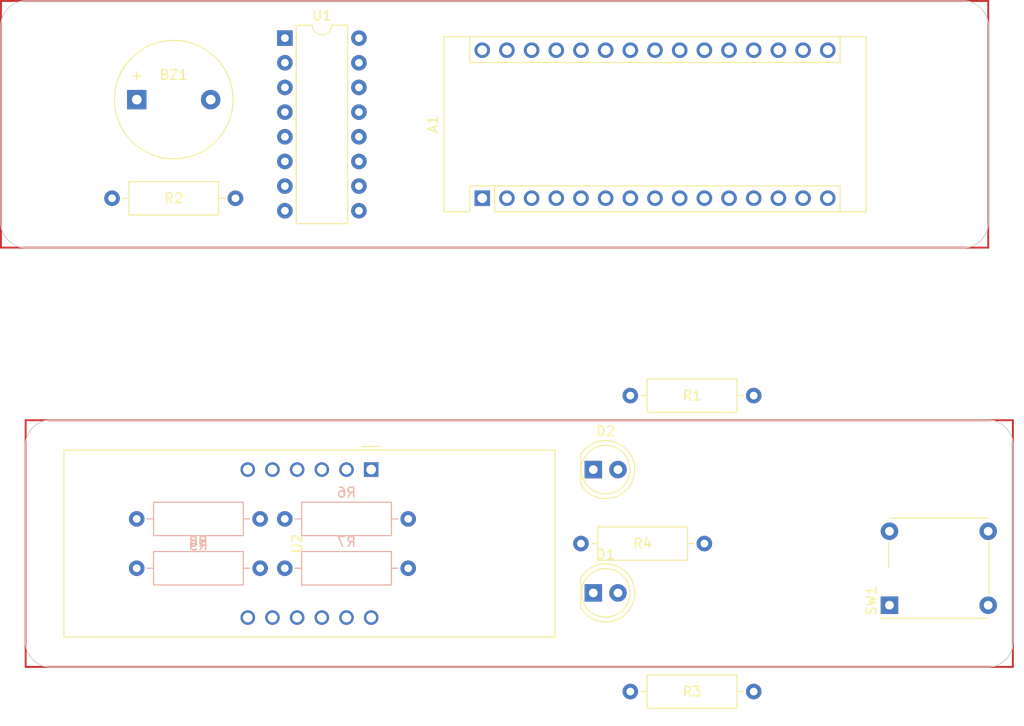
<source format=kicad_pcb>
(kicad_pcb (version 20211014) (generator pcbnew)
  (layers (0 "F.Cu" signal) (31 "B.Cu" signal) (34 "B.Paste" user) (35 "F.Paste" user) (36 "B.SilkS" user "B.Silkscreen") (37 "F.SilkS" user "F.Silkscreen") (38 "B.Mask" user) (39 "F.Mask" user) (44 "Edge.Cuts" user))
  (net 0 "")
  (net 7 "Net-(A1-Pad4)")
  (net 9 "Net-(A1-Pad5)")
  (net 11 "Net-(A1-Pad6)")
  (net 13 "Net-(A1-Pad7)")
  (net 15 "Net-(A1-Pad8)")
  (net 17 "Net-(A1-Pad9)")
  (net 19 "Net-(A1-Pad10)")
  (net 21 "RCLK")
  (net 22 "Net-(A1-Pad27)")
  (net 23 "Net-(A1-Pad12)")
  (net 26 "GND")
  (net 27 "SER")
  (net 28 "+9V")
  (net 29 "SRCLK")
  (net 31 "Net-(BZ1-Pad1)")
  (net 32 "Net-(D1-Pad2)")
  (net 33 "Net-(D2-Pad2)")
  (net 34 "Net-(R1-Pad1)")
  (net 35 "Net-(U1-Pad1)")
  (net 37 "Net-(U1-Pad2)")
  (net 38 "Net-(U1-Pad3)")
  (net 39 "Net-(U1-Pad4)")
  (net 40 "Net-(U1-Pad5)")
  (net 41 "Net-(U1-Pad6)")
  (net 42 "Net-(U1-Pad7)")
  (net 43 "Net-(U1-Pad15)")
  (net 44 "Net-(U2-Pad9)")
  (net 45 "Net-(U2-Pad6)")
  (net 46 "Net-(U2-Pad8)")
  (net 47 "Net-(U2-Pad12)")
  (footprint "Resistor_THT:R_Axial_DIN0309_L9.0mm_D3.2mm_P12.70mm_Horizontal" (layer "F.Cu") (at 105.41 78.74)
    (fp_text reference "R2" (at 6.35 0) (layer "F.SilkS"))
    (fp_text value "R 100")
    (fp_line (start 10.97 1.72) (end 10.97 -1.72) (layer "F.SilkS") (width 0.12))
    (fp_line (start 1.73 1.72) (end 10.97 1.72) (layer "F.SilkS") (width 0.12))
    (fp_line (start 1.04 0) (end 1.73 0) (layer "F.SilkS") (width 0.12))
    (fp_line (start 1.73 -1.72) (end 1.73 1.72) (layer "F.SilkS") (width 0.12))
    (fp_line (start 11.66 0) (end 10.97 0) (layer "F.SilkS") (width 0.12))
    (fp_line (start 10.97 -1.72) (end 1.73 -1.72) (layer "F.SilkS") (width 0.12))
    (pad "1" thru_hole circle locked (at 0 0) (size 1.6 1.6) (drill 0.8) (layers *.Cu *.Mask) (net 31 "Net-(BZ1-Pad1)"))
    (pad "2" thru_hole oval locked (at 12.7 0) (size 1.6 1.6) (drill 0.8) (layers *.Cu *.Mask) (net 17 "Net-(A1-Pad9)"))
  )
  (footprint "Button_Switch_THT:SW_MEC_5GTH9" (layer "F.Cu") (at 185.42 120.65 90)
    (fp_text reference "SW1" (at 0.475 -1.85 270) (layer "F.SilkS"))
    (fp_text value "SW_MEC_5E")
    (fp_line (start 8.97 0.04) (end 8.97 10.12) (layer "F.SilkS") (width 0.12))
    (fp_line (start 6.46 -0.08) (end 3.81 -0.08) (layer "F.SilkS") (width 0.12))
    (fp_line (start 1.16 10.24) (end 6.46 10.24) (layer "F.SilkS") (width 0.12))
    (fp_line (start -1.35 -0.9) (end -1.35 10.11) (layer "F.SilkS") (width 0.12))
    (pad "1" thru_hole rect locked (at 0 0 180) (size 1.8 1.8) (drill 0.9) (layers *.Cu *.Mask) (net 34 "Net-(R1-Pad1)"))
    (pad "1" thru_hole circle locked (at 0 10.16 180) (size 1.8 1.8) (drill 0.9) (layers *.Cu *.Mask) (net 34 "Net-(R1-Pad1)"))
    (pad "2" thru_hole circle locked (at 7.62 10.16 180) (size 1.8 1.8) (drill 0.9) (layers *.Cu *.Mask) (net 22 "Net-(A1-Pad27)"))
    (pad "2" thru_hole circle locked (at 7.62 0 180) (size 1.8 1.8) (drill 0.9) (layers *.Cu *.Mask) (net 22 "Net-(A1-Pad27)"))
  )
  (footprint "LED_THT:LED_D5.0mm" (layer "F.Cu") (at 154.94 119.38)
    (fp_text reference "D1" (at 1.27 -3.96) (layer "F.SilkS"))
    (fp_text value "Green LED")
    (fp_line (start -1.29 -1.545) (end -1.29 1.545) (layer "F.SilkS") (width 0.12))
    (fp_arc (start -1.29 -1.54483) (mid 2.072002 -2.880433) (end 4.26 0.000462) (layer "F.SilkS") (width 0.12))
    (fp_arc (start 4.26 -0.000462) (mid 2.072002 2.880433) (end -1.29 1.54483) (layer "F.SilkS") (width 0.12))
    (fp_circle (center 1.27 0) (end 3.77 0) (layer "F.SilkS") (width 0.12) (fill none))
    (pad "1" thru_hole rect locked (at 0 0) (size 1.8 1.8) (drill 0.9) (layers *.Cu *.Mask) (net 23 "Net-(A1-Pad12)"))
    (pad "2" thru_hole circle locked (at 2.54 0) (size 1.8 1.8) (drill 0.9) (layers *.Cu *.Mask) (net 32 "Net-(D1-Pad2)"))
  )
  (footprint "Buzzer_Beeper:Buzzer_12x9.5RM7.6" (layer "F.Cu") (at 107.96 68.58)
    (fp_text reference "BZ1" (at 3.8 -2.54) (layer "F.SilkS"))
    (fp_text value "Buzzer")
    (fp_text user "+" (at -0.01 -2.54) (layer "F.SilkS"))
    (fp_circle (center 3.8 0) (end 9.9 0) (layer "F.SilkS") (width 0.12) (fill none))
    (pad "1" thru_hole rect locked (at 0 0) (size 2 2) (drill 1) (layers *.Cu *.Mask) (net 31 "Net-(BZ1-Pad1)"))
    (pad "2" thru_hole circle locked (at 7.6 0) (size 2 2) (drill 1) (layers *.Cu *.Mask) (net 26 "GND"))
  )
  (footprint "Resistor_THT:R_Axial_DIN0309_L9.0mm_D3.2mm_P12.70mm_Horizontal" (layer "F.Cu") (at 158.75 99.06)
    (fp_text reference "R1" (at 6.35 0) (layer "F.SilkS"))
    (fp_text value "R 220")
    (fp_line (start 1.73 -1.72) (end 1.73 1.72) (layer "F.SilkS") (width 0.12))
    (fp_line (start 1.73 1.72) (end 10.97 1.72) (layer "F.SilkS") (width 0.12))
    (fp_line (start 1.04 0) (end 1.73 0) (layer "F.SilkS") (width 0.12))
    (fp_line (start 10.97 -1.72) (end 1.73 -1.72) (layer "F.SilkS") (width 0.12))
    (fp_line (start 10.97 1.72) (end 10.97 -1.72) (layer "F.SilkS") (width 0.12))
    (fp_line (start 11.66 0) (end 10.97 0) (layer "F.SilkS") (width 0.12))
    (pad "1" thru_hole circle locked (at 0 0) (size 1.6 1.6) (drill 0.8) (layers *.Cu *.Mask) (net 34 "Net-(R1-Pad1)"))
    (pad "2" thru_hole oval locked (at 12.7 0) (size 1.6 1.6) (drill 0.8) (layers *.Cu *.Mask) (net 26 "GND"))
  )
  (footprint "Display_7Segment:CC56-12YWA" (layer "F.Cu") (at 132.08 106.68 -90)
    (fp_text reference "U2" (at 7.62 7.62 90) (layer "F.SilkS"))
    (fp_text value "CC56-12YWA")
    (fp_line (start -2 -18.92) (end -2 31.62) (layer "F.SilkS") (width 0.12))
    (fp_line (start -2.38 -1) (end -2.38 1) (layer "F.SilkS") (width 0.12))
    (fp_line (start -2 -18.92) (end 17.24 -18.92) (layer "F.SilkS") (width 0.12))
    (fp_line (start 17.24 31.62) (end 17.24 -18.92) (layer "F.SilkS") (width 0.12))
    (fp_line (start -2 31.62) (end 17.24 31.62) (layer "F.SilkS") (width 0.12))
    (pad "1" thru_hole rect locked (at 0 0 270) (size 1.5 1.5) (drill 1) (layers *.Cu *.Mask) (net 39 "Net-(U1-Pad4)"))
    (pad "2" thru_hole circle locked (at 0 2.54 270) (size 1.5 1.5) (drill 1) (layers *.Cu *.Mask) (net 38 "Net-(U1-Pad3)"))
    (pad "3" thru_hole circle locked (at 0 5.08 270) (size 1.5 1.5) (drill 1) (layers *.Cu *.Mask) (net 42 "Net-(U1-Pad7)"))
    (pad "4" thru_hole circle locked (at 0 7.62 270) (size 1.5 1.5) (drill 1) (layers *.Cu *.Mask) (net 37 "Net-(U1-Pad2)"))
    (pad "5" thru_hole circle locked (at 0 10.16 270) (size 1.5 1.5) (drill 1) (layers *.Cu *.Mask) (net 41 "Net-(U1-Pad6)"))
    (pad "6" thru_hole circle locked (at 0 12.7 270) (size 1.5 1.5) (drill 1) (layers *.Cu *.Mask) (net 45 "Net-(U2-Pad6)"))
    (pad "7" thru_hole circle locked (at 15.24 12.7 270) (size 1.5 1.5) (drill 1) (layers *.Cu *.Mask) (net 35 "Net-(U1-Pad1)"))
    (pad "8" thru_hole circle locked (at 15.24 10.16 270) (size 1.5 1.5) (drill 1) (layers *.Cu *.Mask) (net 46 "Net-(U2-Pad8)"))
    (pad "9" thru_hole circle locked (at 15.24 7.62 270) (size 1.5 1.5) (drill 1) (layers *.Cu *.Mask) (net 44 "Net-(U2-Pad9)"))
    (pad "10" thru_hole circle locked (at 15.24 5.08 270) (size 1.5 1.5) (drill 1) (layers *.Cu *.Mask) (net 40 "Net-(U1-Pad5)"))
    (pad "11" thru_hole circle locked (at 15.24 2.54 270) (size 1.5 1.5) (drill 1) (layers *.Cu *.Mask) (net 43 "Net-(U1-Pad15)"))
    (pad "12" thru_hole circle locked (at 15.24 0 270) (size 1.5 1.5) (drill 1) (layers *.Cu *.Mask) (net 47 "Net-(U2-Pad12)"))
  )
  (footprint "Resistor_THT:R_Axial_DIN0309_L9.0mm_D3.2mm_P12.70mm_Horizontal" (layer "F.Cu") (at 153.67 114.3)
    (fp_text reference "R4" (at 6.35 0) (layer "F.SilkS"))
    (fp_text value "R 220")
    (fp_line (start 1.04 0) (end 1.73 0) (layer "F.SilkS") (width 0.12))
    (fp_line (start 10.97 1.72) (end 10.97 -1.72) (layer "F.SilkS") (width 0.12))
    (fp_line (start 1.73 1.72) (end 10.97 1.72) (layer "F.SilkS") (width 0.12))
    (fp_line (start 11.66 0) (end 10.97 0) (layer "F.SilkS") (width 0.12))
    (fp_line (start 1.73 -1.72) (end 1.73 1.72) (layer "F.SilkS") (width 0.12))
    (fp_line (start 10.97 -1.72) (end 1.73 -1.72) (layer "F.SilkS") (width 0.12))
    (pad "1" thru_hole circle locked (at 0 0) (size 1.6 1.6) (drill 0.8) (layers *.Cu *.Mask) (net 33 "Net-(D2-Pad2)"))
    (pad "2" thru_hole oval locked (at 12.7 0) (size 1.6 1.6) (drill 0.8) (layers *.Cu *.Mask) (net 23 "Net-(A1-Pad12)"))
  )
  (footprint "LED_THT:LED_D5.0mm" (layer "F.Cu") (at 154.94 106.68)
    (fp_text reference "D2" (at 1.27 -3.96) (layer "F.SilkS"))
    (fp_text value "Orange LED")
    (fp_line (start -1.29 -1.545) (end -1.29 1.545) (layer "F.SilkS") (width 0.12))
    (fp_arc (start -1.29 -1.54483) (mid 2.072002 -2.880433) (end 4.26 0.000462) (layer "F.SilkS") (width 0.12))
    (fp_arc (start 4.26 -0.000462) (mid 2.072002 2.880433) (end -1.29 1.54483) (layer "F.SilkS") (width 0.12))
    (fp_circle (center 1.27 0) (end 3.77 0) (layer "F.SilkS") (width 0.12) (fill none))
    (pad "1" thru_hole rect locked (at 0 0) (size 1.8 1.8) (drill 0.9) (layers *.Cu *.Mask) (net 7 "Net-(A1-Pad4)"))
    (pad "2" thru_hole circle locked (at 2.54 0) (size 1.8 1.8) (drill 0.9) (layers *.Cu *.Mask) (net 33 "Net-(D2-Pad2)"))
  )
  (footprint "Resistor_THT:R_Axial_DIN0309_L9.0mm_D3.2mm_P12.70mm_Horizontal" (layer "F.Cu") (at 158.75 129.54)
    (fp_text reference "R3" (at 6.35 0) (layer "F.SilkS"))
    (fp_text value "R 220")
    (fp_line (start 11.66 0) (end 10.97 0) (layer "F.SilkS") (width 0.12))
    (fp_line (start 1.73 -1.72) (end 1.73 1.72) (layer "F.SilkS") (width 0.12))
    (fp_line (start 1.73 1.72) (end 10.97 1.72) (layer "F.SilkS") (width 0.12))
    (fp_line (start 10.97 1.72) (end 10.97 -1.72) (layer "F.SilkS") (width 0.12))
    (fp_line (start 10.97 -1.72) (end 1.73 -1.72) (layer "F.SilkS") (width 0.12))
    (fp_line (start 1.04 0) (end 1.73 0) (layer "F.SilkS") (width 0.12))
    (pad "1" thru_hole circle locked (at 0 0) (size 1.6 1.6) (drill 0.8) (layers *.Cu *.Mask) (net 32 "Net-(D1-Pad2)"))
    (pad "2" thru_hole oval locked (at 12.7 0) (size 1.6 1.6) (drill 0.8) (layers *.Cu *.Mask) (net 22 "Net-(A1-Pad27)"))
  )
  (footprint "Module:Arduino_Nano" (layer "F.Cu") (at 143.51 78.73 90)
    (fp_text reference "A1" (at 7.62 -5.08 90) (layer "F.SilkS"))
    (fp_text value "Arduino_Nano_v3.x")
    (fp_line (start 16.64 39.5) (end 16.64 -3.94) (layer "F.SilkS") (width 0.12))
    (fp_line (start 1.27 -1.27) (end -1.4 -1.27) (layer "F.SilkS") (width 0.12))
    (fp_line (start -1.4 -3.94) (end -1.4 -1.27) (layer "F.SilkS") (width 0.12))
    (fp_line (start 1.27 36.83) (end -1.4 36.83) (layer "F.SilkS") (width 0.12))
    (fp_line (start 16.64 -3.94) (end -1.4 -3.94) (layer "F.SilkS") (width 0.12))
    (fp_line (start 13.97 36.83) (end 16.64 36.83) (layer "F.SilkS") (width 0.12))
    (fp_line (start -1.4 1.27) (end -1.4 39.5) (layer "F.SilkS") (width 0.12))
    (fp_line (start 1.27 1.27) (end -1.4 1.27) (layer "F.SilkS") (width 0.12))
    (fp_line (start 13.97 -1.27) (end 16.64 -1.27) (layer "F.SilkS") (width 0.12))
    (fp_line (start -1.4 39.5) (end 16.64 39.5) (layer "F.SilkS") (width 0.12))
    (fp_line (start 1.27 1.27) (end 1.27 36.83) (layer "F.SilkS") (width 0.12))
    (fp_line (start 13.97 -1.27) (end 13.97 36.83) (layer "F.SilkS") (width 0.12))
    (fp_line (start 1.27 1.27) (end 1.27 -1.27) (layer "F.SilkS") (width 0.12))
    (pad "1" thru_hole rect locked (at 0 0 90) (size 1.6 1.6) (drill 1) (layers *.Cu *.Mask))
    (pad "2" thru_hole oval locked (at 0 2.54 90) (size 1.6 1.6) (drill 1) (layers *.Cu *.Mask))
    (pad "3" thru_hole oval locked (at 0 5.08 90) (size 1.6 1.6) (drill 1) (layers *.Cu *.Mask))
    (pad "4" thru_hole oval locked (at 0 7.62 90) (size 1.6 1.6) (drill 1) (layers *.Cu *.Mask) (net 7 "Net-(A1-Pad4)"))
    (pad "5" thru_hole oval locked (at 0 10.16 90) (size 1.6 1.6) (drill 1) (layers *.Cu *.Mask) (net 9 "Net-(A1-Pad5)"))
    (pad "6" thru_hole oval locked (at 0 12.7 90) (size 1.6 1.6) (drill 1) (layers *.Cu *.Mask) (net 11 "Net-(A1-Pad6)"))
    (pad "7" thru_hole oval locked (at 0 15.24 90) (size 1.6 1.6) (drill 1) (layers *.Cu *.Mask) (net 13 "Net-(A1-Pad7)"))
    (pad "8" thru_hole oval locked (at 0 17.78 90) (size 1.6 1.6) (drill 1) (layers *.Cu *.Mask) (net 15 "Net-(A1-Pad8)"))
    (pad "9" thru_hole oval locked (at 0 20.32 90) (size 1.6 1.6) (drill 1) (layers *.Cu *.Mask) (net 17 "Net-(A1-Pad9)"))
    (pad "10" thru_hole oval locked (at 0 22.86 90) (size 1.6 1.6) (drill 1) (layers *.Cu *.Mask) (net 19 "Net-(A1-Pad10)"))
    (pad "11" thru_hole oval locked (at 0 25.4 90) (size 1.6 1.6) (drill 1) (layers *.Cu *.Mask) (net 21 "RCLK"))
    (pad "12" thru_hole oval locked (at 0 27.94 90) (size 1.6 1.6) (drill 1) (layers *.Cu *.Mask) (net 23 "Net-(A1-Pad12)"))
    (pad "13" thru_hole oval locked (at 0 30.48 90) (size 1.6 1.6) (drill 1) (layers *.Cu *.Mask))
    (pad "14" thru_hole oval locked (at 0 33.02 90) (size 1.6 1.6) (drill 1) (layers *.Cu *.Mask) (net 27 "SER"))
    (pad "15" thru_hole oval locked (at 0 35.56 90) (size 1.6 1.6) (drill 1) (layers *.Cu *.Mask) (net 29 "SRCLK"))
    (pad "16" thru_hole oval locked (at 15.24 35.56 90) (size 1.6 1.6) (drill 1) (layers *.Cu *.Mask))
    (pad "17" thru_hole oval locked (at 15.24 33.02 90) (size 1.6 1.6) (drill 1) (layers *.Cu *.Mask))
    (pad "18" thru_hole oval locked (at 15.24 30.48 90) (size 1.6 1.6) (drill 1) (layers *.Cu *.Mask))
    (pad "19" thru_hole oval locked (at 15.24 27.94 90) (size 1.6 1.6) (drill 1) (layers *.Cu *.Mask))
    (pad "20" thru_hole oval locked (at 15.24 25.4 90) (size 1.6 1.6) (drill 1) (layers *.Cu *.Mask))
    (pad "21" thru_hole oval locked (at 15.24 22.86 90) (size 1.6 1.6) (drill 1) (layers *.Cu *.Mask))
    (pad "22" thru_hole oval locked (at 15.24 20.32 90) (size 1.6 1.6) (drill 1) (layers *.Cu *.Mask))
    (pad "23" thru_hole oval locked (at 15.24 17.78 90) (size 1.6 1.6) (drill 1) (layers *.Cu *.Mask))
    (pad "24" thru_hole oval locked (at 15.24 15.24 90) (size 1.6 1.6) (drill 1) (layers *.Cu *.Mask))
    (pad "25" thru_hole oval locked (at 15.24 12.7 90) (size 1.6 1.6) (drill 1) (layers *.Cu *.Mask))
    (pad "26" thru_hole oval locked (at 15.24 10.16 90) (size 1.6 1.6) (drill 1) (layers *.Cu *.Mask))
    (pad "27" thru_hole oval locked (at 15.24 7.62 90) (size 1.6 1.6) (drill 1) (layers *.Cu *.Mask) (net 22 "Net-(A1-Pad27)"))
    (pad "28" thru_hole oval locked (at 15.24 5.08 90) (size 1.6 1.6) (drill 1) (layers *.Cu *.Mask))
    (pad "29" thru_hole oval locked (at 15.24 2.54 90) (size 1.6 1.6) (drill 1) (layers *.Cu *.Mask) (net 26 "GND"))
    (pad "30" thru_hole oval locked (at 15.24 0 90) (size 1.6 1.6) (drill 1) (layers *.Cu *.Mask) (net 28 "+9V"))
  )
  (footprint "Package_DIP:DIP-16_W7.62mm" (layer "F.Cu") (at 123.2 62.245)
    (fp_text reference "U1" (at 3.81 -2.33) (layer "F.SilkS"))
    (fp_text value "74HC595")
    (fp_line (start 6.46 19.11) (end 6.46 -1.33) (layer "F.SilkS") (width 0.12))
    (fp_line (start 1.16 19.11) (end 6.46 19.11) (layer "F.SilkS") (width 0.12))
    (fp_line (start 1.16 -1.33) (end 1.16 19.11) (layer "F.SilkS") (width 0.12))
    (fp_line (start 6.46 -1.33) (end 4.81 -1.33) (layer "F.SilkS") (width 0.12))
    (fp_line (start 2.81 -1.33) (end 1.16 -1.33) (layer "F.SilkS") (width 0.12))
    (fp_arc (start 4.81 -1.33) (mid 3.81 -0.33) (end 2.81 -1.33) (layer "F.SilkS") (width 0.12))
    (pad "1" thru_hole rect locked (at 0 0) (size 1.6 1.6) (drill 0.8) (layers *.Cu *.Mask) (net 35 "Net-(U1-Pad1)"))
    (pad "2" thru_hole oval locked (at 0 2.54) (size 1.6 1.6) (drill 0.8) (layers *.Cu *.Mask) (net 37 "Net-(U1-Pad2)"))
    (pad "3" thru_hole oval locked (at 0 5.08) (size 1.6 1.6) (drill 0.8) (layers *.Cu *.Mask) (net 38 "Net-(U1-Pad3)"))
    (pad "4" thru_hole oval locked (at 0 7.62) (size 1.6 1.6) (drill 0.8) (layers *.Cu *.Mask) (net 39 "Net-(U1-Pad4)"))
    (pad "5" thru_hole oval locked (at 0 10.16) (size 1.6 1.6) (drill 0.8) (layers *.Cu *.Mask) (net 40 "Net-(U1-Pad5)"))
    (pad "6" thru_hole oval locked (at 0 12.7) (size 1.6 1.6) (drill 0.8) (layers *.Cu *.Mask) (net 41 "Net-(U1-Pad6)"))
    (pad "7" thru_hole oval locked (at 0 15.24) (size 1.6 1.6) (drill 0.8) (layers *.Cu *.Mask) (net 42 "Net-(U1-Pad7)"))
    (pad "8" thru_hole oval locked (at 0 17.78) (size 1.6 1.6) (drill 0.8) (layers *.Cu *.Mask) (net 26 "GND"))
    (pad "9" thru_hole oval locked (at 7.62 17.78) (size 1.6 1.6) (drill 0.8) (layers *.Cu *.Mask))
    (pad "10" thru_hole oval locked (at 7.62 15.24) (size 1.6 1.6) (drill 0.8) (layers *.Cu *.Mask) (net 22 "Net-(A1-Pad27)"))
    (pad "11" thru_hole oval locked (at 7.62 12.7) (size 1.6 1.6) (drill 0.8) (layers *.Cu *.Mask) (net 29 "SRCLK"))
    (pad "12" thru_hole oval locked (at 7.62 10.16) (size 1.6 1.6) (drill 0.8) (layers *.Cu *.Mask) (net 21 "RCLK"))
    (pad "13" thru_hole oval locked (at 7.62 7.62) (size 1.6 1.6) (drill 0.8) (layers *.Cu *.Mask) (net 26 "GND"))
    (pad "14" thru_hole oval locked (at 7.62 5.08) (size 1.6 1.6) (drill 0.8) (layers *.Cu *.Mask) (net 27 "SER"))
    (pad "15" thru_hole oval locked (at 7.62 2.54) (size 1.6 1.6) (drill 0.8) (layers *.Cu *.Mask) (net 43 "Net-(U1-Pad15)"))
    (pad "16" thru_hole oval locked (at 7.62 0) (size 1.6 1.6) (drill 0.8) (layers *.Cu *.Mask) (net 22 "Net-(A1-Pad27)"))
  )
  (footprint "Resistor_THT:R_Axial_DIN0309_L9.0mm_D3.2mm_P12.70mm_Horizontal" (layer "B.Cu") (at 135.89 116.84 180)
    (fp_text reference "R7" (at 6.35 2.72) (layer "B.SilkS") (effects (justify mirror)))
    (fp_text value "R 220")
    (fp_line (start 10.97 -1.72) (end 10.97 1.72) (layer "B.SilkS") (width 0.12))
    (fp_line (start 11.66 0) (end 10.97 0) (layer "B.SilkS") (width 0.12))
    (fp_line (start 1.04 0) (end 1.73 0) (layer "B.SilkS") (width 0.12))
    (fp_line (start 10.97 1.72) (end 1.73 1.72) (layer "B.SilkS") (width 0.12))
    (fp_line (start 1.73 1.72) (end 1.73 -1.72) (layer "B.SilkS") (width 0.12))
    (fp_line (start 1.73 -1.72) (end 10.97 -1.72) (layer "B.SilkS") (width 0.12))
    (pad "1" thru_hole circle locked (at 0 0 180) (size 1.6 1.6) (drill 0.8) (layers *.Cu *.Mask) (net 13 "Net-(A1-Pad7)"))
    (pad "2" thru_hole oval locked (at 12.7 0 180) (size 1.6 1.6) (drill 0.8) (layers *.Cu *.Mask) (net 46 "Net-(U2-Pad8)"))
  )
  (footprint "Resistor_THT:R_Axial_DIN0309_L9.0mm_D3.2mm_P12.70mm_Horizontal" (layer "B.Cu") (at 135.89 111.76 180)
    (fp_text reference "R6" (at 6.35 2.72) (layer "B.SilkS") (effects (justify mirror)))
    (fp_text value "R 220")
    (fp_line (start 10.97 -1.72) (end 10.97 1.72) (layer "B.SilkS") (width 0.12))
    (fp_line (start 1.04 0) (end 1.73 0) (layer "B.SilkS") (width 0.12))
    (fp_line (start 1.73 1.72) (end 1.73 -1.72) (layer "B.SilkS") (width 0.12))
    (fp_line (start 11.66 0) (end 10.97 0) (layer "B.SilkS") (width 0.12))
    (fp_line (start 10.97 1.72) (end 1.73 1.72) (layer "B.SilkS") (width 0.12))
    (fp_line (start 1.73 -1.72) (end 10.97 -1.72) (layer "B.SilkS") (width 0.12))
    (pad "1" thru_hole circle locked (at 0 0 180) (size 1.6 1.6) (drill 0.8) (layers *.Cu *.Mask) (net 15 "Net-(A1-Pad8)"))
    (pad "2" thru_hole oval locked (at 12.7 0 180) (size 1.6 1.6) (drill 0.8) (layers *.Cu *.Mask) (net 45 "Net-(U2-Pad6)"))
  )
  (footprint "Resistor_THT:R_Axial_DIN0309_L9.0mm_D3.2mm_P12.70mm_Horizontal" (layer "B.Cu") (at 120.65 116.84 180)
    (fp_text reference "R8" (at 6.35 2.72) (layer "B.SilkS") (effects (justify mirror)))
    (fp_text value "R 220")
    (fp_line (start 1.73 1.72) (end 1.73 -1.72) (layer "B.SilkS") (width 0.12))
    (fp_line (start 1.04 0) (end 1.73 0) (layer "B.SilkS") (width 0.12))
    (fp_line (start 1.73 -1.72) (end 10.97 -1.72) (layer "B.SilkS") (width 0.12))
    (fp_line (start 10.97 -1.72) (end 10.97 1.72) (layer "B.SilkS") (width 0.12))
    (fp_line (start 10.97 1.72) (end 1.73 1.72) (layer "B.SilkS") (width 0.12))
    (fp_line (start 11.66 0) (end 10.97 0) (layer "B.SilkS") (width 0.12))
    (pad "1" thru_hole circle locked (at 0 0 180) (size 1.6 1.6) (drill 0.8) (layers *.Cu *.Mask) (net 9 "Net-(A1-Pad5)"))
    (pad "2" thru_hole oval locked (at 12.7 0 180) (size 1.6 1.6) (drill 0.8) (layers *.Cu *.Mask) (net 47 "Net-(U2-Pad12)"))
  )
  (footprint "Resistor_THT:R_Axial_DIN0309_L9.0mm_D3.2mm_P12.70mm_Horizontal" (layer "B.Cu") (at 107.95 111.76)
    (fp_text reference "R5" (at 6.35 2.72) (layer "B.SilkS") (effects (justify mirror)))
    (fp_text value "R 220")
    (fp_line (start 1.73 1.72) (end 1.73 -1.72) (layer "B.SilkS") (width 0.12))
    (fp_line (start 10.97 1.72) (end 1.73 1.72) (layer "B.SilkS") (width 0.12))
    (fp_line (start 1.04 0) (end 1.73 0) (layer "B.SilkS") (width 0.12))
    (fp_line (start 1.73 -1.72) (end 10.97 -1.72) (layer "B.SilkS") (width 0.12))
    (fp_line (start 10.97 -1.72) (end 10.97 1.72) (layer "B.SilkS") (width 0.12))
    (fp_line (start 11.66 0) (end 10.97 0) (layer "B.SilkS") (width 0.12))
    (pad "1" thru_hole circle locked (at 0 0) (size 1.6 1.6) (drill 0.8) (layers *.Cu *.Mask) (net 11 "Net-(A1-Pad6)"))
    (pad "2" thru_hole oval locked (at 12.7 0) (size 1.6 1.6) (drill 0.8) (layers *.Cu *.Mask) (net 44 "Net-(U2-Pad9)"))
  )
  (gr_line (start 195.58 83.82) (end 93.98 83.82) (layer "F.Cu") (width 0.2))
  (gr_line (start 195.58 58.42) (end 195.58 83.82) (layer "F.Cu") (width 0.2))
  (gr_line (start 93.98 58.42) (end 195.58 58.42) (layer "F.Cu") (width 0.2))
  (gr_line (start 198.12 127) (end 96.52 127) (layer "F.Cu") (width 0.2))
  (gr_line (start 96.52 101.6) (end 198.12 101.6) (layer "F.Cu") (width 0.2))
  (gr_line (start 93.98 83.82) (end 93.98 58.42) (layer "F.Cu") (width 0.2))
  (gr_line (start 198.12 101.6) (end 198.12 127) (layer "F.Cu") (width 0.2))
  (gr_line (start 96.52 127) (end 96.52 101.6) (layer "F.Cu") (width 0.2))
  (gr_line (start 96.52 58.42) (end 193.04 58.42) (layer "Edge.Cuts") (width 0.1))
  (gr_arc (start 195.58 101.6) (mid 197.376051 102.343949) (end 198.12 104.14) (layer "Edge.Cuts") (width 0.1))
  (gr_arc (start 195.58 81.28) (mid 194.836051 83.076051) (end 193.04 83.82) (layer "Edge.Cuts") (width 0.1))
  (gr_line (start 96.52 124.46) (end 96.52 104.14) (layer "Edge.Cuts") (width 0.1))
  (gr_line (start 99.06 101.6) (end 195.58 101.6) (layer "Edge.Cuts") (width 0.1))
  (gr_line (start 195.58 127) (end 99.06 127) (layer "Edge.Cuts") (width 0.1))
  (gr_arc (start 193.04 58.42) (mid 194.836051 59.163949) (end 195.58 60.96) (layer "Edge.Cuts") (width 0.1))
  (gr_arc (start 99.06 127) (mid 97.263949 126.256051) (end 96.52 124.46) (layer "Edge.Cuts") (width 0.1))
  (gr_line (start 93.98 60.96) (end 93.98 81.28) (layer "Edge.Cuts") (width 0.1))
  (gr_line (start 198.12 104.14) (end 198.12 124.46) (layer "Edge.Cuts") (width 0.1))
  (gr_arc (start 96.52 83.82) (mid 94.723949 83.076051) (end 93.98 81.28) (layer "Edge.Cuts") (width 0.1))
  (gr_line (start 193.04 83.82) (end 96.52 83.82) (layer "Edge.Cuts") (width 0.1))
  (gr_arc (start 96.52 104.14) (mid 97.263949 102.343949) (end 99.06 101.6) (layer "Edge.Cuts") (width 0.1))
  (gr_arc (start 198.12 124.46) (mid 197.376051 126.256051) (end 195.58 127) (layer "Edge.Cuts") (width 0.1))
  (gr_line (start 195.58 60.96) (end 195.58 81.28) (layer "Edge.Cuts") (width 0.1))
  (gr_arc (start 93.98 60.96) (mid 94.723949 59.163949) (end 96.52 58.42) (layer "Edge.Cuts") (width 0.1))
)
</source>
